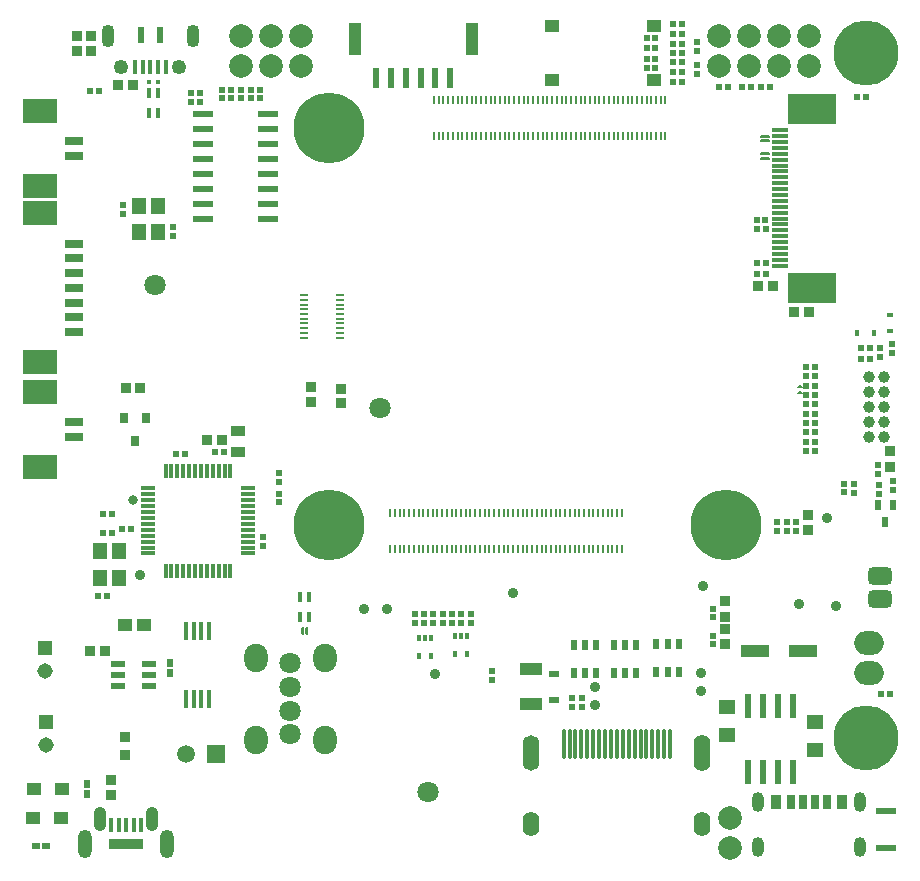
<source format=gbr>
%FSTAX23Y23*%
%MOIN*%
%SFA1B1*%

%IPPOS*%
%AMD17*
4,1,8,-0.007900,0.028700,-0.007900,-0.028700,-0.005900,-0.030700,0.005900,-0.030700,0.007900,-0.028700,0.007900,0.028700,0.005900,0.030700,-0.005900,0.030700,-0.007900,0.028700,0.0*
1,1,0.003937,-0.005900,0.028700*
1,1,0.003937,-0.005900,-0.028700*
1,1,0.003937,0.005900,-0.028700*
1,1,0.003937,0.005900,0.028700*
%
%AMD62*
4,1,8,-0.010800,0.015700,-0.010800,-0.015700,-0.010800,-0.015700,0.010800,-0.015700,0.010800,-0.015700,0.010800,0.015700,0.010800,0.015700,-0.010800,0.015700,-0.010800,0.015700,0.0*
1,1,0.000000,-0.010800,0.015700*
1,1,0.000000,-0.010800,-0.015700*
1,1,0.000000,0.010800,-0.015700*
1,1,0.000000,0.010800,0.015700*
%
%AMD100*
4,1,8,-0.039400,0.014800,-0.039400,-0.014800,-0.024600,-0.029500,0.024600,-0.029500,0.039400,-0.014800,0.039400,0.014800,0.024600,0.029500,-0.024600,0.029500,-0.039400,0.014800,0.0*
1,1,0.029528,-0.024600,0.014800*
1,1,0.029528,-0.024600,-0.014800*
1,1,0.029528,0.024600,-0.014800*
1,1,0.029528,0.024600,0.014800*
%
%ADD13R,0.075000X0.039000*%
%ADD14R,0.024000X0.080000*%
%ADD15R,0.031735X0.033788*%
%ADD16R,0.031496X0.035433*%
G04~CAMADD=17~8~0.0~0.0~614.2~157.5~19.7~0.0~15~0.0~0.0~0.0~0.0~0~0.0~0.0~0.0~0.0~0~0.0~0.0~0.0~90.0~158.0~614.0*
%ADD17D17*%
%ADD18R,0.045596X0.039848*%
%ADD19R,0.022538X0.026813*%
%ADD20R,0.026813X0.022538*%
%ADD21R,0.039370X0.110236*%
%ADD22R,0.023622X0.066929*%
%ADD23R,0.033788X0.031735*%
%ADD24R,0.032000X0.037000*%
%ADD25R,0.118110X0.082677*%
%ADD26R,0.062992X0.031496*%
%ADD27R,0.047244X0.021654*%
%ADD28R,0.015748X0.047244*%
%ADD29R,0.118110X0.035433*%
%ADD30R,0.049212X0.043307*%
%ADD31R,0.037000X0.032000*%
%ADD32R,0.035911X0.033808*%
%ADD33R,0.007874X0.027559*%
%ADD34R,0.027559X0.007874*%
%ADD35C,0.035000*%
%ADD36R,0.022000X0.024000*%
%ADD37R,0.015748X0.033465*%
%ADD38R,0.024000X0.022000*%
%ADD39R,0.045275X0.055118*%
%ADD40R,0.047244X0.011811*%
%ADD41R,0.011811X0.047244*%
%ADD42R,0.051181X0.035433*%
%ADD43R,0.070866X0.021654*%
%ADD44R,0.035433X0.045275*%
%ADD45R,0.031496X0.045275*%
%ADD46R,0.027559X0.045275*%
%ADD47R,0.057087X0.045275*%
%ADD48R,0.094937X0.043811*%
%ADD49O,0.020000X0.010000*%
%ADD50O,0.035000X0.010000*%
%ADD51C,0.031496*%
%ADD52C,0.015748*%
%ADD53R,0.023622X0.053150*%
%ADD54R,0.015748X0.049212*%
%ADD55R,0.011811X0.021654*%
%ADD56O,0.011024X0.102362*%
%ADD57R,0.070866X0.023622*%
%ADD58R,0.047244X0.039370*%
%ADD59R,0.055118X0.011811*%
%ADD60R,0.161417X0.104330*%
%ADD61R,0.023622X0.015748*%
G04~CAMADD=62~8~0.0~0.0~315.0~216.5~0.0~0.0~15~0.0~0.0~0.0~0.0~0~0.0~0.0~0.0~0.0~0~0.0~0.0~0.0~90.0~216.0~314.0*
%ADD62D62*%
%ADD63R,0.020472X0.032677*%
%ADD64O,0.010000X0.030000*%
%ADD65R,0.015748X0.023622*%
%ADD66C,0.070866*%
%ADD67R,0.032677X0.024803*%
%ADD82O,0.047244X0.094488*%
%ADD83O,0.041339X0.082677*%
%ADD84C,0.059055*%
%ADD85R,0.059055X0.059055*%
%ADD86R,0.051496X0.051496*%
%ADD87C,0.051496*%
%ADD88O,0.078740X0.094488*%
%ADD89C,0.078740*%
%ADD90O,0.039370X0.066929*%
%ADD91C,0.236220*%
%ADD92C,0.216535*%
%ADD93O,0.043307X0.074803*%
%ADD94C,0.049212*%
%ADD95C,0.039370*%
%ADD96O,0.055118X0.118110*%
%ADD97O,0.055118X0.122047*%
%ADD98O,0.055118X0.082677*%
%ADD99C,0.070866*%
G04~CAMADD=100~8~0.0~0.0~590.6~787.4~147.6~0.0~15~0.0~0.0~0.0~0.0~0~0.0~0.0~0.0~0.0~0~0.0~0.0~0.0~90.0~788.0~591.0*
%ADD100D100*%
%ADD101O,0.098425X0.078740*%
%LNx98_carrier_v1r2_12082022_pads_top-1*%
%LPD*%
G54D13*
X01711Y00654D03*
Y00536D03*
G54D14*
X02584Y0053D03*
Y0031D03*
X02534D03*
X02484D03*
X02434D03*
Y0053D03*
X02484Y0053D03*
X02534Y0053D03*
G54D15*
X0041Y01592D03*
X00363D03*
G54D16*
X00429Y01492D03*
X00354D03*
X00391Y01413D03*
G54D17*
X00562Y00781D03*
X00587D03*
X00613D03*
X00639D03*
Y00554D03*
X00613D03*
X00587D03*
X00562D03*
G54D18*
X00422Y008D03*
X00357D03*
G54D19*
X00508Y00673D03*
Y0064D03*
X00232Y00272D03*
Y00239D03*
G54D20*
X00094Y00064D03*
X00061D03*
G54D21*
X01124Y02755D03*
X01515D03*
G54D22*
X01196Y02623D03*
X01246D03*
X01443D03*
X01393D03*
X01295D03*
X01344D03*
G54D23*
X01079Y01588D03*
Y01541D03*
X0098Y01593D03*
Y01545D03*
G54D24*
X00242Y00713D03*
X00293D03*
X02587Y01844D03*
X02639D03*
X02468Y0193D03*
X02519Y0193D03*
X00631Y01418D03*
X00682D03*
X00335Y02601D03*
X00386D03*
G54D25*
X00076Y01577D03*
Y01327D03*
X00074Y01676D03*
Y02173D03*
Y02265D03*
Y02515D03*
G54D26*
X0019Y01476D03*
Y01427D03*
X00188Y01777D03*
Y01826D03*
Y01875D03*
Y01924D03*
Y01974D03*
Y02072D03*
Y02023D03*
Y02365D03*
Y02414D03*
G54D27*
X00437Y00597D03*
Y00635D03*
Y00672D03*
X00335D03*
Y00597D03*
Y00635D03*
G54D28*
X00362Y00133D03*
X00337D03*
X00311D03*
X00388D03*
X00413D03*
G54D29*
X00362Y00072D03*
G54D30*
X00053Y00156D03*
X00146D03*
X00055Y00255D03*
X00148D03*
G54D31*
X00311Y00284D03*
Y00233D03*
X02359Y00789D03*
Y00738D03*
Y00881D03*
Y00829D03*
X00244Y02713D03*
Y02764D03*
X00199Y02713D03*
Y02764D03*
X02907Y01328D03*
Y0138D03*
X02634Y01116D03*
Y01168D03*
G54D32*
X0036Y00428D03*
Y00367D03*
G54D33*
X0164Y02431D03*
X01983Y01053D03*
X01999D03*
X0216Y02431D03*
X02144D03*
X02129D03*
X02113D03*
X02097D03*
X02081D03*
X02066D03*
X01955D03*
X01971D03*
X01987D03*
X02003D03*
X02018D03*
X02034D03*
X0205D03*
X01845D03*
X01861D03*
X01877D03*
X01892D03*
X01908D03*
X01924D03*
X0194D03*
X01829D03*
X01814D03*
X01798D03*
X01782D03*
X01766D03*
X01751D03*
X01735D03*
X01546D03*
X01562D03*
X01577D03*
X01593D03*
X01609D03*
X01625D03*
X01719D03*
X01703D03*
X01688D03*
X01672D03*
X01656D03*
Y02552D03*
X01672D03*
X01688D03*
X01703D03*
X01719D03*
X0164D03*
X01625D03*
X01609D03*
X01593D03*
X01577D03*
X01562D03*
X01546D03*
X01735D03*
X01751D03*
X01766D03*
X01782D03*
X01798D03*
X01814D03*
X01829D03*
X0194D03*
X01924D03*
X01908D03*
X01892D03*
X01877D03*
X01861D03*
X01845D03*
X0205D03*
X02034D03*
X02018D03*
X02003D03*
X01987D03*
X01971D03*
X01955D03*
X02066D03*
X02081D03*
X02097D03*
X02113D03*
X02129D03*
X02144D03*
X0216D03*
X01388D03*
X01404D03*
X0142D03*
X01436D03*
X01451D03*
X01467D03*
X01483D03*
X0153D03*
X01514D03*
X01499D03*
Y02431D03*
X01514D03*
X0153D03*
X01483D03*
X01467D03*
X01451D03*
X01436D03*
X0142D03*
X01404D03*
X01388D03*
X01243Y01053D03*
X01259D03*
X01274D03*
X0129D03*
X01306D03*
X01322D03*
X01337D03*
X01385D03*
X01369D03*
X01353D03*
Y01174D03*
X01369D03*
X01385D03*
X01337D03*
X01322D03*
X01306D03*
X0129D03*
X01274D03*
X01259D03*
X01243D03*
X02014D03*
X01999D03*
X01983D03*
X01967D03*
X01951D03*
X01936D03*
X0192D03*
X0181D03*
X01825D03*
X01841D03*
X01857D03*
X01873D03*
X01888D03*
X01904D03*
X01699D03*
X01715D03*
X01731D03*
X01747D03*
X01762D03*
X01778D03*
X01794D03*
X01684D03*
X01668D03*
X01652D03*
X01636D03*
X01621D03*
X01605D03*
X01589D03*
X014D03*
X01416D03*
X01432D03*
X01447D03*
X01463D03*
X01479D03*
X01495D03*
X01573D03*
X01558D03*
X01542D03*
X01526D03*
X0151D03*
Y01053D03*
X01526D03*
X01542D03*
X01558D03*
X01573D03*
X01495D03*
X01479D03*
X01463D03*
X01447D03*
X01432D03*
X01416D03*
X014D03*
X01589D03*
X01605D03*
X01621D03*
X01636D03*
X01652D03*
X01668D03*
X01684D03*
X01794D03*
X01778D03*
X01762D03*
X01747D03*
X01731D03*
X01715D03*
X01699D03*
X01904D03*
X01888D03*
X01873D03*
X01857D03*
X01841D03*
X01825D03*
X0181D03*
X0192D03*
X01936D03*
X01951D03*
X01967D03*
X02014D03*
G54D34*
X01075Y01901D03*
X00954D03*
X01075Y01885D03*
X00954D03*
X01075Y01869D03*
X00954D03*
X01075Y01854D03*
X00954D03*
X01075Y01838D03*
X00954D03*
X01075Y01822D03*
X00954D03*
X01075Y01806D03*
X00954D03*
X01075Y01791D03*
X00954D03*
X01075Y01775D03*
X00954D03*
X01075Y01759D03*
X00954D03*
G54D35*
X02279Y0064D03*
Y0058D03*
X01925Y00534D03*
X01924Y00595D03*
X0041Y00966D03*
X01232Y00853D03*
X01155Y00855D03*
X01651Y00907D03*
X01392Y00638D03*
X02699Y01158D03*
X02606Y0087D03*
X02285Y00931D03*
X0273Y00864D03*
G54D36*
X00286Y01172D03*
X00316D03*
X00271Y0258D03*
X00241D03*
X00285Y01109D03*
X00314D03*
X00298Y00896D03*
X00268D03*
X02496Y0197D03*
X02466D03*
X00658Y01376D03*
X00687D03*
X02496Y02006D03*
X02466D03*
X02493Y02152D03*
X02464D03*
X02496Y0212D03*
X02466D03*
X00528Y01371D03*
X00557D03*
X00349Y01121D03*
X00378D03*
X02508Y02594D03*
X02478D03*
X02444D03*
X02414D03*
X02368D03*
X02338D03*
X02097Y02756D03*
X02126D03*
X02186Y02771D03*
X02215D03*
X02185Y02644D03*
X02215D03*
X02186Y02739D03*
X02215D03*
X02097Y02725D03*
X02126D03*
X02186Y02803D03*
X02215D03*
X02185Y02676D03*
X02215D03*
X02186Y02708D03*
X02215D03*
X02097Y02658D03*
X02126D03*
X02185Y02612D03*
X02215D03*
X02097Y02689D03*
X02126D03*
X02813Y01723D03*
X02842D03*
X02659Y01661D03*
X0263D03*
X02659Y0163D03*
X0263D03*
X02659Y01599D03*
X0263D03*
X02659Y01568D03*
X0263D03*
X02659Y01536D03*
X0263D03*
X02659Y01505D03*
X0263D03*
X02659Y01474D03*
X0263D03*
X02659Y01443D03*
X0263D03*
Y01412D03*
X02659D03*
Y0138D03*
X0263D03*
X02842Y01688D03*
X02813D03*
X0288Y00571D03*
X02909D03*
X02829Y02562D03*
X02799D03*
G54D37*
X00943Y00829D03*
X00973D03*
Y00894D03*
X00943D03*
X00437Y02573D03*
X00467D03*
Y02508D03*
X00437D03*
G54D38*
X00873Y01239D03*
Y0121D03*
Y01308D03*
Y01279D03*
X00817Y01093D03*
Y01064D03*
X00713Y02556D03*
Y02585D03*
X00681Y02556D03*
Y02585D03*
X00609Y02545D03*
Y02575D03*
X00577Y02575D03*
Y02545D03*
X0232Y00736D03*
Y00765D03*
X01583Y00617D03*
Y00647D03*
X00777Y02556D03*
Y02585D03*
X0081Y02556D03*
Y02585D03*
X00352Y02171D03*
Y022D03*
X0052Y02128D03*
Y02099D03*
X00745Y02556D03*
Y02585D03*
X0232Y00855D03*
Y00826D03*
X02756Y01243D03*
Y01272D03*
X02788Y01242D03*
Y01271D03*
X02868Y01303D03*
Y01333D03*
X02872Y01238D03*
Y01267D03*
X02914Y01708D03*
Y01738D03*
X0148Y00808D03*
Y00838D03*
X01511Y00808D03*
Y00838D03*
X01449Y00808D03*
Y00838D03*
X01417Y00808D03*
Y00838D03*
X01386Y00809D03*
Y00839D03*
X01355Y00838D03*
Y00808D03*
X01324Y00838D03*
Y00808D03*
X02919Y01251D03*
Y01281D03*
X01881Y00557D03*
Y00527D03*
X01849Y00557D03*
Y00527D03*
X02265Y02745D03*
Y02715D03*
Y02667D03*
Y02637D03*
X02874Y01723D03*
Y01693D03*
X02564Y01144D03*
Y01114D03*
X02532Y01144D03*
Y01114D03*
X02596Y01144D03*
Y01114D03*
G54D39*
X00275Y00959D03*
X00338Y01046D03*
X00275D03*
X00338Y00959D03*
X00468Y02112D03*
X00405Y02198D03*
Y02112D03*
X00468Y02198D03*
G54D40*
X00435Y01197D03*
Y01217D03*
Y01237D03*
Y01256D03*
X00769D03*
Y01237D03*
Y01217D03*
Y01197D03*
Y01178D03*
Y01158D03*
Y01138D03*
Y01119D03*
Y01099D03*
Y01079D03*
Y01059D03*
Y0104D03*
X00435D03*
Y01059D03*
Y01079D03*
Y01099D03*
Y01119D03*
Y01138D03*
Y01158D03*
Y01178D03*
G54D41*
X00494Y01315D03*
X00513D03*
X00533D03*
X00553D03*
X00573D03*
X00592D03*
X00612D03*
X00632D03*
X00651D03*
X00671D03*
X00691D03*
X0071D03*
Y00981D03*
X00691D03*
X00671D03*
X00651D03*
X00632D03*
X00612D03*
X00592D03*
X00573D03*
X00553D03*
X00533D03*
X00513D03*
X00494D03*
G54D42*
X00736Y01447D03*
Y01376D03*
G54D43*
X02895Y00182D03*
Y00057D03*
G54D44*
X02747Y00212D03*
X0253D03*
G54D45*
X02698Y00212D03*
X02579D03*
G54D46*
X02619Y00212D03*
X02658D03*
G54D47*
X02365Y00435D03*
Y00526D03*
X02659Y00385D03*
Y00476D03*
G54D48*
X02457Y00713D03*
X02618D03*
G54D49*
X02608Y01573D03*
X02608Y01593D03*
G54D50*
X02492Y02355D03*
Y02428D03*
Y02413D03*
Y02371D03*
G54D51*
X00385Y01219D03*
G54D52*
X00439Y02611D03*
X0047D03*
G54D53*
X00474Y02766D03*
X00411D03*
G54D54*
X00391Y02662D03*
X00417D03*
X00494D03*
X00468D03*
X00442D03*
G54D55*
X01458Y00763D03*
X01477D03*
X01497D03*
Y00704D03*
X01458D03*
X01377Y00758D03*
X01357D03*
X01338D03*
Y00699D03*
X01377D03*
G54D56*
X02175Y00405D03*
X02155D03*
X02136D03*
X02116D03*
X02096D03*
X02077D03*
X02057D03*
X02037D03*
X02018D03*
X01998D03*
X01978D03*
X01959D03*
X01939D03*
X01919D03*
X019D03*
X0188D03*
X0186D03*
X01841D03*
X01821D03*
G54D57*
X00619Y02505D03*
X00835D03*
X00619Y02355D03*
Y02205D03*
Y02155D03*
Y02405D03*
Y02455D03*
Y02255D03*
Y02305D03*
X00835Y02155D03*
Y02205D03*
Y02255D03*
Y02305D03*
Y02355D03*
Y02405D03*
Y02455D03*
G54D58*
X02121Y02619D03*
X01783D03*
Y02796D03*
X02121D03*
G54D59*
X02543Y02116D03*
Y02037D03*
Y02017D03*
Y02136D03*
Y02175D03*
Y02195D03*
Y02234D03*
Y02254D03*
Y02293D03*
Y02313D03*
Y02411D03*
Y02431D03*
Y02352D03*
Y02372D03*
Y02057D03*
Y02077D03*
Y02096D03*
Y02214D03*
Y02155D03*
Y02273D03*
Y02332D03*
Y02391D03*
Y02451D03*
Y01998D03*
G54D60*
X02649Y02521D03*
Y01923D03*
G54D61*
X02908Y0178D03*
Y01835D03*
G54D62*
X01892Y00735D03*
Y00642D03*
X01855D03*
X01929Y00735D03*
X01855D03*
X01929Y00642D03*
X02024Y00735D03*
Y00642D03*
X01987D03*
Y00735D03*
X02061D03*
Y00642D03*
X02168Y00739D03*
Y00645D03*
X0213D03*
Y00739D03*
X02205D03*
Y00645D03*
G54D63*
X02918Y01202D03*
X02892Y01144D03*
X02867Y01202D03*
G54D64*
X00951Y00782D03*
X00965D03*
G54D65*
X02855Y01773D03*
X028D03*
G54D66*
X01368Y00244D03*
X01209Y01524D03*
X00459Y01933D03*
G54D67*
X01788Y0055D03*
Y00638D03*
G54D82*
X00224Y00072D03*
X005D03*
G54D83*
X00275Y00154D03*
X0045D03*
G54D84*
X00561Y0037D03*
G54D85*
X00661Y0037D03*
G54D86*
X00094Y00479D03*
X00093Y00725D03*
G54D87*
X00094Y00401D03*
X00093Y00647D03*
G54D88*
X00796Y00417D03*
X01024D03*
Y00692D03*
X00796D03*
G54D89*
X02374Y00157D03*
Y00057D03*
X02637Y02764D03*
X02537D03*
X02437D03*
X02337D03*
Y02664D03*
X02437D03*
X02537D03*
X02637D03*
X00944Y02764D03*
X00844D03*
X00744D03*
Y02664D03*
X00844D03*
X00944D03*
G54D90*
X02468Y00062D03*
X02809Y00062D03*
Y00212D03*
X02468D03*
G54D91*
X01038Y01133D03*
Y02456D03*
X02361Y01133D03*
G54D92*
X02828Y02708D03*
Y00425D03*
G54D93*
X00584Y02765D03*
X00301D03*
G54D94*
X00346Y02661D03*
X00539D03*
G54D95*
X0289Y01528D03*
Y01478D03*
X0284D03*
Y01428D03*
Y01528D03*
Y01578D03*
X0289Y01428D03*
Y01578D03*
X0284Y01628D03*
X0289D03*
G54D96*
X01713Y00375D03*
G54D97*
X02283Y00375D03*
G54D98*
X02283Y00139D03*
X01713D03*
G54D99*
X0091Y00437D03*
Y00515D03*
Y00594D03*
Y00673D03*
G54D100*
X02875Y00887D03*
Y00965D03*
G54D101*
X02837Y0064D03*
Y0074D03*
M02*
</source>
